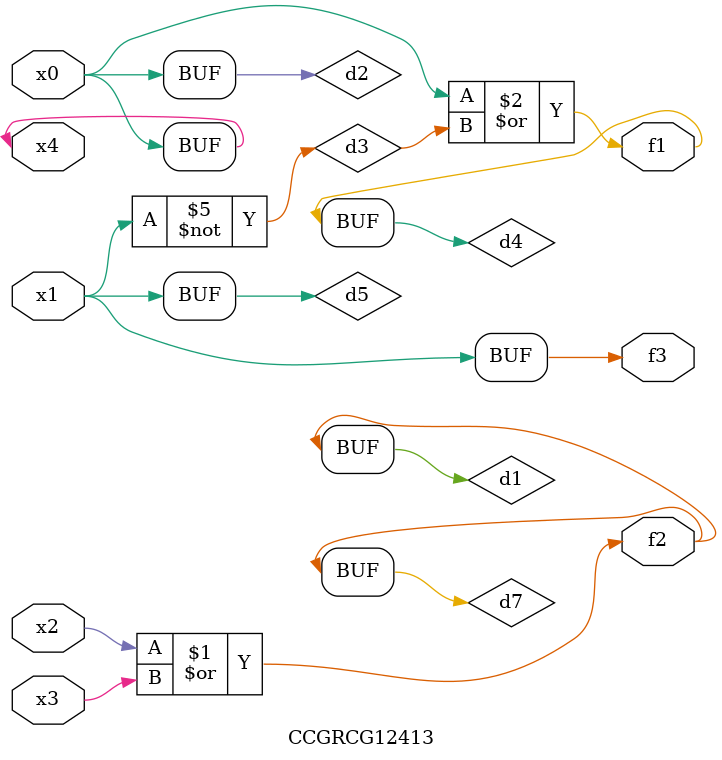
<source format=v>
module CCGRCG12413(
	input x0, x1, x2, x3, x4,
	output f1, f2, f3
);

	wire d1, d2, d3, d4, d5, d6, d7;

	or (d1, x2, x3);
	buf (d2, x0, x4);
	not (d3, x1);
	or (d4, d2, d3);
	not (d5, d3);
	nand (d6, d1, d3);
	or (d7, d1);
	assign f1 = d4;
	assign f2 = d7;
	assign f3 = d5;
endmodule

</source>
